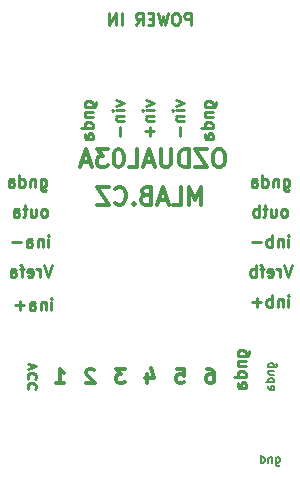
<source format=gbr>
G04 #@! TF.FileFunction,Legend,Bot*
%FSLAX46Y46*%
G04 Gerber Fmt 4.6, Leading zero omitted, Abs format (unit mm)*
G04 Created by KiCad (PCBNEW 4.0.2+e4-6225~38~ubuntu15.10.1-stable) date Po 8. srpen 2016, 21:37:55 CEST*
%MOMM*%
G01*
G04 APERTURE LIST*
%ADD10C,0.100000*%
%ADD11C,0.300000*%
%ADD12C,0.250000*%
%ADD13C,0.175000*%
G04 APERTURE END LIST*
D10*
D11*
X139357142Y-108492857D02*
X140042857Y-108492857D01*
X139699999Y-108492857D02*
X139699999Y-107292857D01*
X139814285Y-107464286D01*
X139928571Y-107578571D01*
X140042857Y-107635714D01*
X151641428Y-93388571D02*
X151641428Y-91888571D01*
X151141428Y-92960000D01*
X150641428Y-91888571D01*
X150641428Y-93388571D01*
X149212856Y-93388571D02*
X149927142Y-93388571D01*
X149927142Y-91888571D01*
X148784285Y-92960000D02*
X148069999Y-92960000D01*
X148927142Y-93388571D02*
X148427142Y-91888571D01*
X147927142Y-93388571D01*
X146927142Y-92602857D02*
X146712856Y-92674286D01*
X146641428Y-92745714D01*
X146569999Y-92888571D01*
X146569999Y-93102857D01*
X146641428Y-93245714D01*
X146712856Y-93317143D01*
X146855714Y-93388571D01*
X147427142Y-93388571D01*
X147427142Y-91888571D01*
X146927142Y-91888571D01*
X146784285Y-91960000D01*
X146712856Y-92031429D01*
X146641428Y-92174286D01*
X146641428Y-92317143D01*
X146712856Y-92460000D01*
X146784285Y-92531429D01*
X146927142Y-92602857D01*
X147427142Y-92602857D01*
X145927142Y-93245714D02*
X145855714Y-93317143D01*
X145927142Y-93388571D01*
X145998571Y-93317143D01*
X145927142Y-93245714D01*
X145927142Y-93388571D01*
X144355713Y-93245714D02*
X144427142Y-93317143D01*
X144641428Y-93388571D01*
X144784285Y-93388571D01*
X144998570Y-93317143D01*
X145141428Y-93174286D01*
X145212856Y-93031429D01*
X145284285Y-92745714D01*
X145284285Y-92531429D01*
X145212856Y-92245714D01*
X145141428Y-92102857D01*
X144998570Y-91960000D01*
X144784285Y-91888571D01*
X144641428Y-91888571D01*
X144427142Y-91960000D01*
X144355713Y-92031429D01*
X143855713Y-91888571D02*
X142855713Y-91888571D01*
X143855713Y-93388571D01*
X142855713Y-93388571D01*
X152171428Y-107292857D02*
X152399999Y-107292857D01*
X152514285Y-107350000D01*
X152571428Y-107407143D01*
X152685714Y-107578571D01*
X152742857Y-107807143D01*
X152742857Y-108264286D01*
X152685714Y-108378571D01*
X152628571Y-108435714D01*
X152514285Y-108492857D01*
X152285714Y-108492857D01*
X152171428Y-108435714D01*
X152114285Y-108378571D01*
X152057142Y-108264286D01*
X152057142Y-107978571D01*
X152114285Y-107864286D01*
X152171428Y-107807143D01*
X152285714Y-107750000D01*
X152514285Y-107750000D01*
X152628571Y-107807143D01*
X152685714Y-107864286D01*
X152742857Y-107978571D01*
X149574285Y-107292857D02*
X150145714Y-107292857D01*
X150202857Y-107864286D01*
X150145714Y-107807143D01*
X150031428Y-107750000D01*
X149745714Y-107750000D01*
X149631428Y-107807143D01*
X149574285Y-107864286D01*
X149517142Y-107978571D01*
X149517142Y-108264286D01*
X149574285Y-108378571D01*
X149631428Y-108435714D01*
X149745714Y-108492857D01*
X150031428Y-108492857D01*
X150145714Y-108435714D01*
X150202857Y-108378571D01*
X147091428Y-107692857D02*
X147091428Y-108492857D01*
X147377142Y-107235714D02*
X147662857Y-108092857D01*
X146919999Y-108092857D01*
X145179999Y-107292857D02*
X144437142Y-107292857D01*
X144837142Y-107750000D01*
X144665714Y-107750000D01*
X144551428Y-107807143D01*
X144494285Y-107864286D01*
X144437142Y-107978571D01*
X144437142Y-108264286D01*
X144494285Y-108378571D01*
X144551428Y-108435714D01*
X144665714Y-108492857D01*
X145008571Y-108492857D01*
X145122857Y-108435714D01*
X145179999Y-108378571D01*
X142582857Y-107407143D02*
X142525714Y-107350000D01*
X142411428Y-107292857D01*
X142125714Y-107292857D01*
X142011428Y-107350000D01*
X141954285Y-107407143D01*
X141897142Y-107521429D01*
X141897142Y-107635714D01*
X141954285Y-107807143D01*
X142639999Y-108492857D01*
X141897142Y-108492857D01*
D12*
X150772381Y-78176381D02*
X150772381Y-77176381D01*
X150391428Y-77176381D01*
X150296190Y-77224000D01*
X150248571Y-77271619D01*
X150200952Y-77366857D01*
X150200952Y-77509714D01*
X150248571Y-77604952D01*
X150296190Y-77652571D01*
X150391428Y-77700190D01*
X150772381Y-77700190D01*
X149581905Y-77176381D02*
X149391428Y-77176381D01*
X149296190Y-77224000D01*
X149200952Y-77319238D01*
X149153333Y-77509714D01*
X149153333Y-77843048D01*
X149200952Y-78033524D01*
X149296190Y-78128762D01*
X149391428Y-78176381D01*
X149581905Y-78176381D01*
X149677143Y-78128762D01*
X149772381Y-78033524D01*
X149820000Y-77843048D01*
X149820000Y-77509714D01*
X149772381Y-77319238D01*
X149677143Y-77224000D01*
X149581905Y-77176381D01*
X148820000Y-77176381D02*
X148581905Y-78176381D01*
X148391428Y-77462095D01*
X148200952Y-78176381D01*
X147962857Y-77176381D01*
X147581905Y-77652571D02*
X147248571Y-77652571D01*
X147105714Y-78176381D02*
X147581905Y-78176381D01*
X147581905Y-77176381D01*
X147105714Y-77176381D01*
X146105714Y-78176381D02*
X146439048Y-77700190D01*
X146677143Y-78176381D02*
X146677143Y-77176381D01*
X146296190Y-77176381D01*
X146200952Y-77224000D01*
X146153333Y-77271619D01*
X146105714Y-77366857D01*
X146105714Y-77509714D01*
X146153333Y-77604952D01*
X146200952Y-77652571D01*
X146296190Y-77700190D01*
X146677143Y-77700190D01*
X144915238Y-78176381D02*
X144915238Y-77176381D01*
X144439048Y-78176381D02*
X144439048Y-77176381D01*
X143867619Y-78176381D01*
X143867619Y-77176381D01*
X151931714Y-85090143D02*
X152741238Y-85090143D01*
X152836476Y-85042524D01*
X152884095Y-84994905D01*
X152931714Y-84899666D01*
X152931714Y-84756809D01*
X152884095Y-84661571D01*
X152550762Y-85090143D02*
X152598381Y-84994905D01*
X152598381Y-84804428D01*
X152550762Y-84709190D01*
X152503143Y-84661571D01*
X152407905Y-84613952D01*
X152122190Y-84613952D01*
X152026952Y-84661571D01*
X151979333Y-84709190D01*
X151931714Y-84804428D01*
X151931714Y-84994905D01*
X151979333Y-85090143D01*
X151931714Y-85566333D02*
X152598381Y-85566333D01*
X152026952Y-85566333D02*
X151979333Y-85613952D01*
X151931714Y-85709190D01*
X151931714Y-85852048D01*
X151979333Y-85947286D01*
X152074571Y-85994905D01*
X152598381Y-85994905D01*
X152598381Y-86899667D02*
X151598381Y-86899667D01*
X152550762Y-86899667D02*
X152598381Y-86804429D01*
X152598381Y-86613952D01*
X152550762Y-86518714D01*
X152503143Y-86471095D01*
X152407905Y-86423476D01*
X152122190Y-86423476D01*
X152026952Y-86471095D01*
X151979333Y-86518714D01*
X151931714Y-86613952D01*
X151931714Y-86804429D01*
X151979333Y-86899667D01*
X152598381Y-87804429D02*
X152074571Y-87804429D01*
X151979333Y-87756810D01*
X151931714Y-87661572D01*
X151931714Y-87471095D01*
X151979333Y-87375857D01*
X152550762Y-87804429D02*
X152598381Y-87709191D01*
X152598381Y-87471095D01*
X152550762Y-87375857D01*
X152455524Y-87328238D01*
X152360286Y-87328238D01*
X152265048Y-87375857D01*
X152217429Y-87471095D01*
X152217429Y-87709191D01*
X152169810Y-87804429D01*
X149518714Y-84558381D02*
X150185381Y-84796476D01*
X149518714Y-85034572D01*
X150185381Y-85415524D02*
X149518714Y-85415524D01*
X149185381Y-85415524D02*
X149233000Y-85367905D01*
X149280619Y-85415524D01*
X149233000Y-85463143D01*
X149185381Y-85415524D01*
X149280619Y-85415524D01*
X149518714Y-85891714D02*
X150185381Y-85891714D01*
X149613952Y-85891714D02*
X149566333Y-85939333D01*
X149518714Y-86034571D01*
X149518714Y-86177429D01*
X149566333Y-86272667D01*
X149661571Y-86320286D01*
X150185381Y-86320286D01*
X149804429Y-86796476D02*
X149804429Y-87558381D01*
X146978714Y-84558381D02*
X147645381Y-84796476D01*
X146978714Y-85034572D01*
X147645381Y-85415524D02*
X146978714Y-85415524D01*
X146645381Y-85415524D02*
X146693000Y-85367905D01*
X146740619Y-85415524D01*
X146693000Y-85463143D01*
X146645381Y-85415524D01*
X146740619Y-85415524D01*
X146978714Y-85891714D02*
X147645381Y-85891714D01*
X147073952Y-85891714D02*
X147026333Y-85939333D01*
X146978714Y-86034571D01*
X146978714Y-86177429D01*
X147026333Y-86272667D01*
X147121571Y-86320286D01*
X147645381Y-86320286D01*
X147264429Y-86796476D02*
X147264429Y-87558381D01*
X147645381Y-87177429D02*
X146883476Y-87177429D01*
X144438714Y-84558381D02*
X145105381Y-84796476D01*
X144438714Y-85034572D01*
X145105381Y-85415524D02*
X144438714Y-85415524D01*
X144105381Y-85415524D02*
X144153000Y-85367905D01*
X144200619Y-85415524D01*
X144153000Y-85463143D01*
X144105381Y-85415524D01*
X144200619Y-85415524D01*
X144438714Y-85891714D02*
X145105381Y-85891714D01*
X144533952Y-85891714D02*
X144486333Y-85939333D01*
X144438714Y-86034571D01*
X144438714Y-86177429D01*
X144486333Y-86272667D01*
X144581571Y-86320286D01*
X145105381Y-86320286D01*
X144724429Y-86796476D02*
X144724429Y-87558381D01*
X141771714Y-85090143D02*
X142581238Y-85090143D01*
X142676476Y-85042524D01*
X142724095Y-84994905D01*
X142771714Y-84899666D01*
X142771714Y-84756809D01*
X142724095Y-84661571D01*
X142390762Y-85090143D02*
X142438381Y-84994905D01*
X142438381Y-84804428D01*
X142390762Y-84709190D01*
X142343143Y-84661571D01*
X142247905Y-84613952D01*
X141962190Y-84613952D01*
X141866952Y-84661571D01*
X141819333Y-84709190D01*
X141771714Y-84804428D01*
X141771714Y-84994905D01*
X141819333Y-85090143D01*
X141771714Y-85566333D02*
X142438381Y-85566333D01*
X141866952Y-85566333D02*
X141819333Y-85613952D01*
X141771714Y-85709190D01*
X141771714Y-85852048D01*
X141819333Y-85947286D01*
X141914571Y-85994905D01*
X142438381Y-85994905D01*
X142438381Y-86899667D02*
X141438381Y-86899667D01*
X142390762Y-86899667D02*
X142438381Y-86804429D01*
X142438381Y-86613952D01*
X142390762Y-86518714D01*
X142343143Y-86471095D01*
X142247905Y-86423476D01*
X141962190Y-86423476D01*
X141866952Y-86471095D01*
X141819333Y-86518714D01*
X141771714Y-86613952D01*
X141771714Y-86804429D01*
X141819333Y-86899667D01*
X142438381Y-87804429D02*
X141914571Y-87804429D01*
X141819333Y-87756810D01*
X141771714Y-87661572D01*
X141771714Y-87471095D01*
X141819333Y-87375857D01*
X142390762Y-87804429D02*
X142438381Y-87709191D01*
X142438381Y-87471095D01*
X142390762Y-87375857D01*
X142295524Y-87328238D01*
X142200286Y-87328238D01*
X142105048Y-87375857D01*
X142057429Y-87471095D01*
X142057429Y-87709191D01*
X142009810Y-87804429D01*
D13*
X157963332Y-114785000D02*
X157963332Y-115351667D01*
X157996666Y-115418333D01*
X158029999Y-115451667D01*
X158096666Y-115485000D01*
X158196666Y-115485000D01*
X158263332Y-115451667D01*
X157963332Y-115218333D02*
X158029999Y-115251667D01*
X158163332Y-115251667D01*
X158229999Y-115218333D01*
X158263332Y-115185000D01*
X158296666Y-115118333D01*
X158296666Y-114918333D01*
X158263332Y-114851667D01*
X158229999Y-114818333D01*
X158163332Y-114785000D01*
X158029999Y-114785000D01*
X157963332Y-114818333D01*
X157629999Y-114785000D02*
X157629999Y-115251667D01*
X157629999Y-114851667D02*
X157596666Y-114818333D01*
X157529999Y-114785000D01*
X157429999Y-114785000D01*
X157363333Y-114818333D01*
X157329999Y-114885000D01*
X157329999Y-115251667D01*
X156696666Y-115251667D02*
X156696666Y-114551667D01*
X156696666Y-115218333D02*
X156763333Y-115251667D01*
X156896666Y-115251667D01*
X156963333Y-115218333D01*
X156996666Y-115185000D01*
X157030000Y-115118333D01*
X157030000Y-114918333D01*
X156996666Y-114851667D01*
X156963333Y-114818333D01*
X156896666Y-114785000D01*
X156763333Y-114785000D01*
X156696666Y-114818333D01*
X157330000Y-107150001D02*
X157896667Y-107150001D01*
X157963333Y-107116667D01*
X157996667Y-107083334D01*
X158030000Y-107016667D01*
X158030000Y-106916667D01*
X157996667Y-106850001D01*
X157763333Y-107150001D02*
X157796667Y-107083334D01*
X157796667Y-106950001D01*
X157763333Y-106883334D01*
X157730000Y-106850001D01*
X157663333Y-106816667D01*
X157463333Y-106816667D01*
X157396667Y-106850001D01*
X157363333Y-106883334D01*
X157330000Y-106950001D01*
X157330000Y-107083334D01*
X157363333Y-107150001D01*
X157330000Y-107483334D02*
X157796667Y-107483334D01*
X157396667Y-107483334D02*
X157363333Y-107516667D01*
X157330000Y-107583334D01*
X157330000Y-107683334D01*
X157363333Y-107750000D01*
X157430000Y-107783334D01*
X157796667Y-107783334D01*
X157796667Y-108416667D02*
X157096667Y-108416667D01*
X157763333Y-108416667D02*
X157796667Y-108350000D01*
X157796667Y-108216667D01*
X157763333Y-108150000D01*
X157730000Y-108116667D01*
X157663333Y-108083333D01*
X157463333Y-108083333D01*
X157396667Y-108116667D01*
X157363333Y-108150000D01*
X157330000Y-108216667D01*
X157330000Y-108350000D01*
X157363333Y-108416667D01*
X157796667Y-109050000D02*
X157430000Y-109050000D01*
X157363333Y-109016666D01*
X157330000Y-108950000D01*
X157330000Y-108816666D01*
X157363333Y-108750000D01*
X157763333Y-109050000D02*
X157796667Y-108983333D01*
X157796667Y-108816666D01*
X157763333Y-108750000D01*
X157696667Y-108716666D01*
X157630000Y-108716666D01*
X157563333Y-108750000D01*
X157530000Y-108816666D01*
X157530000Y-108983333D01*
X157496667Y-109050000D01*
D11*
X153288285Y-88713571D02*
X153002571Y-88713571D01*
X152859713Y-88785000D01*
X152716856Y-88927857D01*
X152645428Y-89213571D01*
X152645428Y-89713571D01*
X152716856Y-89999286D01*
X152859713Y-90142143D01*
X153002571Y-90213571D01*
X153288285Y-90213571D01*
X153431142Y-90142143D01*
X153573999Y-89999286D01*
X153645428Y-89713571D01*
X153645428Y-89213571D01*
X153573999Y-88927857D01*
X153431142Y-88785000D01*
X153288285Y-88713571D01*
X152145427Y-88713571D02*
X151145427Y-88713571D01*
X152145427Y-90213571D01*
X151145427Y-90213571D01*
X150573999Y-90213571D02*
X150573999Y-88713571D01*
X150216856Y-88713571D01*
X150002571Y-88785000D01*
X149859713Y-88927857D01*
X149788285Y-89070714D01*
X149716856Y-89356429D01*
X149716856Y-89570714D01*
X149788285Y-89856429D01*
X149859713Y-89999286D01*
X150002571Y-90142143D01*
X150216856Y-90213571D01*
X150573999Y-90213571D01*
X149073999Y-88713571D02*
X149073999Y-89927857D01*
X149002571Y-90070714D01*
X148931142Y-90142143D01*
X148788285Y-90213571D01*
X148502571Y-90213571D01*
X148359713Y-90142143D01*
X148288285Y-90070714D01*
X148216856Y-89927857D01*
X148216856Y-88713571D01*
X147573999Y-89785000D02*
X146859713Y-89785000D01*
X147716856Y-90213571D02*
X147216856Y-88713571D01*
X146716856Y-90213571D01*
X145502570Y-90213571D02*
X146216856Y-90213571D01*
X146216856Y-88713571D01*
X144716856Y-88713571D02*
X144573999Y-88713571D01*
X144431142Y-88785000D01*
X144359713Y-88856429D01*
X144288284Y-88999286D01*
X144216856Y-89285000D01*
X144216856Y-89642143D01*
X144288284Y-89927857D01*
X144359713Y-90070714D01*
X144431142Y-90142143D01*
X144573999Y-90213571D01*
X144716856Y-90213571D01*
X144859713Y-90142143D01*
X144931142Y-90070714D01*
X145002570Y-89927857D01*
X145073999Y-89642143D01*
X145073999Y-89285000D01*
X145002570Y-88999286D01*
X144931142Y-88856429D01*
X144859713Y-88785000D01*
X144716856Y-88713571D01*
X143716856Y-88713571D02*
X142788285Y-88713571D01*
X143288285Y-89285000D01*
X143073999Y-89285000D01*
X142931142Y-89356429D01*
X142859713Y-89427857D01*
X142788285Y-89570714D01*
X142788285Y-89927857D01*
X142859713Y-90070714D01*
X142931142Y-90142143D01*
X143073999Y-90213571D01*
X143502571Y-90213571D01*
X143645428Y-90142143D01*
X143716856Y-90070714D01*
X142216857Y-89785000D02*
X141502571Y-89785000D01*
X142359714Y-90213571D02*
X141859714Y-88713571D01*
X141359714Y-90213571D01*
D12*
X136945714Y-106854762D02*
X137612381Y-107092857D01*
X136945714Y-107330953D01*
X137564762Y-108140477D02*
X137612381Y-108045239D01*
X137612381Y-107854762D01*
X137564762Y-107759524D01*
X137517143Y-107711905D01*
X137421905Y-107664286D01*
X137136190Y-107664286D01*
X137040952Y-107711905D01*
X136993333Y-107759524D01*
X136945714Y-107854762D01*
X136945714Y-108045239D01*
X136993333Y-108140477D01*
X137564762Y-108997620D02*
X137612381Y-108902382D01*
X137612381Y-108711905D01*
X137564762Y-108616667D01*
X137517143Y-108569048D01*
X137421905Y-108521429D01*
X137136190Y-108521429D01*
X137040952Y-108569048D01*
X136993333Y-108616667D01*
X136945714Y-108711905D01*
X136945714Y-108902382D01*
X136993333Y-108997620D01*
X154725714Y-106172143D02*
X155535238Y-106172143D01*
X155630476Y-106124524D01*
X155678095Y-106076905D01*
X155725714Y-105981666D01*
X155725714Y-105838809D01*
X155678095Y-105743571D01*
X155344762Y-106172143D02*
X155392381Y-106076905D01*
X155392381Y-105886428D01*
X155344762Y-105791190D01*
X155297143Y-105743571D01*
X155201905Y-105695952D01*
X154916190Y-105695952D01*
X154820952Y-105743571D01*
X154773333Y-105791190D01*
X154725714Y-105886428D01*
X154725714Y-106076905D01*
X154773333Y-106172143D01*
X154725714Y-106648333D02*
X155392381Y-106648333D01*
X154820952Y-106648333D02*
X154773333Y-106695952D01*
X154725714Y-106791190D01*
X154725714Y-106934048D01*
X154773333Y-107029286D01*
X154868571Y-107076905D01*
X155392381Y-107076905D01*
X155392381Y-107981667D02*
X154392381Y-107981667D01*
X155344762Y-107981667D02*
X155392381Y-107886429D01*
X155392381Y-107695952D01*
X155344762Y-107600714D01*
X155297143Y-107553095D01*
X155201905Y-107505476D01*
X154916190Y-107505476D01*
X154820952Y-107553095D01*
X154773333Y-107600714D01*
X154725714Y-107695952D01*
X154725714Y-107886429D01*
X154773333Y-107981667D01*
X155392381Y-108886429D02*
X154868571Y-108886429D01*
X154773333Y-108838810D01*
X154725714Y-108743572D01*
X154725714Y-108553095D01*
X154773333Y-108457857D01*
X155344762Y-108886429D02*
X155392381Y-108791191D01*
X155392381Y-108553095D01*
X155344762Y-108457857D01*
X155249524Y-108410238D01*
X155154286Y-108410238D01*
X155059048Y-108457857D01*
X155011429Y-108553095D01*
X155011429Y-108791191D01*
X154963810Y-108886429D01*
X159003809Y-102052381D02*
X159003809Y-101385714D01*
X159003809Y-101052381D02*
X159051428Y-101100000D01*
X159003809Y-101147619D01*
X158956190Y-101100000D01*
X159003809Y-101052381D01*
X159003809Y-101147619D01*
X158527619Y-101385714D02*
X158527619Y-102052381D01*
X158527619Y-101480952D02*
X158480000Y-101433333D01*
X158384762Y-101385714D01*
X158241904Y-101385714D01*
X158146666Y-101433333D01*
X158099047Y-101528571D01*
X158099047Y-102052381D01*
X157622857Y-102052381D02*
X157622857Y-101052381D01*
X157622857Y-101433333D02*
X157527619Y-101385714D01*
X157337142Y-101385714D01*
X157241904Y-101433333D01*
X157194285Y-101480952D01*
X157146666Y-101576190D01*
X157146666Y-101861905D01*
X157194285Y-101957143D01*
X157241904Y-102004762D01*
X157337142Y-102052381D01*
X157527619Y-102052381D01*
X157622857Y-102004762D01*
X156718095Y-101671429D02*
X155956190Y-101671429D01*
X156337142Y-102052381D02*
X156337142Y-101290476D01*
X159289524Y-98512381D02*
X158956191Y-99512381D01*
X158622857Y-98512381D01*
X158289524Y-99512381D02*
X158289524Y-98845714D01*
X158289524Y-99036190D02*
X158241905Y-98940952D01*
X158194286Y-98893333D01*
X158099048Y-98845714D01*
X158003809Y-98845714D01*
X157289523Y-99464762D02*
X157384761Y-99512381D01*
X157575238Y-99512381D01*
X157670476Y-99464762D01*
X157718095Y-99369524D01*
X157718095Y-98988571D01*
X157670476Y-98893333D01*
X157575238Y-98845714D01*
X157384761Y-98845714D01*
X157289523Y-98893333D01*
X157241904Y-98988571D01*
X157241904Y-99083810D01*
X157718095Y-99179048D01*
X156956190Y-98845714D02*
X156575238Y-98845714D01*
X156813333Y-99512381D02*
X156813333Y-98655238D01*
X156765714Y-98560000D01*
X156670476Y-98512381D01*
X156575238Y-98512381D01*
X156241904Y-99512381D02*
X156241904Y-98512381D01*
X156241904Y-98893333D02*
X156146666Y-98845714D01*
X155956189Y-98845714D01*
X155860951Y-98893333D01*
X155813332Y-98940952D01*
X155765713Y-99036190D01*
X155765713Y-99321905D01*
X155813332Y-99417143D01*
X155860951Y-99464762D01*
X155956189Y-99512381D01*
X156146666Y-99512381D01*
X156241904Y-99464762D01*
X159003809Y-96972381D02*
X159003809Y-96305714D01*
X159003809Y-95972381D02*
X159051428Y-96020000D01*
X159003809Y-96067619D01*
X158956190Y-96020000D01*
X159003809Y-95972381D01*
X159003809Y-96067619D01*
X158527619Y-96305714D02*
X158527619Y-96972381D01*
X158527619Y-96400952D02*
X158480000Y-96353333D01*
X158384762Y-96305714D01*
X158241904Y-96305714D01*
X158146666Y-96353333D01*
X158099047Y-96448571D01*
X158099047Y-96972381D01*
X157622857Y-96972381D02*
X157622857Y-95972381D01*
X157622857Y-96353333D02*
X157527619Y-96305714D01*
X157337142Y-96305714D01*
X157241904Y-96353333D01*
X157194285Y-96400952D01*
X157146666Y-96496190D01*
X157146666Y-96781905D01*
X157194285Y-96877143D01*
X157241904Y-96924762D01*
X157337142Y-96972381D01*
X157527619Y-96972381D01*
X157622857Y-96924762D01*
X156718095Y-96591429D02*
X155956190Y-96591429D01*
X158741905Y-94432381D02*
X158837143Y-94384762D01*
X158884762Y-94337143D01*
X158932381Y-94241905D01*
X158932381Y-93956190D01*
X158884762Y-93860952D01*
X158837143Y-93813333D01*
X158741905Y-93765714D01*
X158599047Y-93765714D01*
X158503809Y-93813333D01*
X158456190Y-93860952D01*
X158408571Y-93956190D01*
X158408571Y-94241905D01*
X158456190Y-94337143D01*
X158503809Y-94384762D01*
X158599047Y-94432381D01*
X158741905Y-94432381D01*
X157551428Y-93765714D02*
X157551428Y-94432381D01*
X157980000Y-93765714D02*
X157980000Y-94289524D01*
X157932381Y-94384762D01*
X157837143Y-94432381D01*
X157694285Y-94432381D01*
X157599047Y-94384762D01*
X157551428Y-94337143D01*
X157218095Y-93765714D02*
X156837143Y-93765714D01*
X157075238Y-93432381D02*
X157075238Y-94289524D01*
X157027619Y-94384762D01*
X156932381Y-94432381D01*
X156837143Y-94432381D01*
X156503809Y-94432381D02*
X156503809Y-93432381D01*
X156503809Y-93813333D02*
X156408571Y-93765714D01*
X156218094Y-93765714D01*
X156122856Y-93813333D01*
X156075237Y-93860952D01*
X156027618Y-93956190D01*
X156027618Y-94241905D01*
X156075237Y-94337143D01*
X156122856Y-94384762D01*
X156218094Y-94432381D01*
X156408571Y-94432381D01*
X156503809Y-94384762D01*
X158622857Y-91225714D02*
X158622857Y-92035238D01*
X158670476Y-92130476D01*
X158718095Y-92178095D01*
X158813334Y-92225714D01*
X158956191Y-92225714D01*
X159051429Y-92178095D01*
X158622857Y-91844762D02*
X158718095Y-91892381D01*
X158908572Y-91892381D01*
X159003810Y-91844762D01*
X159051429Y-91797143D01*
X159099048Y-91701905D01*
X159099048Y-91416190D01*
X159051429Y-91320952D01*
X159003810Y-91273333D01*
X158908572Y-91225714D01*
X158718095Y-91225714D01*
X158622857Y-91273333D01*
X158146667Y-91225714D02*
X158146667Y-91892381D01*
X158146667Y-91320952D02*
X158099048Y-91273333D01*
X158003810Y-91225714D01*
X157860952Y-91225714D01*
X157765714Y-91273333D01*
X157718095Y-91368571D01*
X157718095Y-91892381D01*
X156813333Y-91892381D02*
X156813333Y-90892381D01*
X156813333Y-91844762D02*
X156908571Y-91892381D01*
X157099048Y-91892381D01*
X157194286Y-91844762D01*
X157241905Y-91797143D01*
X157289524Y-91701905D01*
X157289524Y-91416190D01*
X157241905Y-91320952D01*
X157194286Y-91273333D01*
X157099048Y-91225714D01*
X156908571Y-91225714D01*
X156813333Y-91273333D01*
X155908571Y-91892381D02*
X155908571Y-91368571D01*
X155956190Y-91273333D01*
X156051428Y-91225714D01*
X156241905Y-91225714D01*
X156337143Y-91273333D01*
X155908571Y-91844762D02*
X156003809Y-91892381D01*
X156241905Y-91892381D01*
X156337143Y-91844762D01*
X156384762Y-91749524D01*
X156384762Y-91654286D01*
X156337143Y-91559048D01*
X156241905Y-91511429D01*
X156003809Y-91511429D01*
X155908571Y-91463810D01*
X138937809Y-102306381D02*
X138937809Y-101639714D01*
X138937809Y-101306381D02*
X138985428Y-101354000D01*
X138937809Y-101401619D01*
X138890190Y-101354000D01*
X138937809Y-101306381D01*
X138937809Y-101401619D01*
X138461619Y-101639714D02*
X138461619Y-102306381D01*
X138461619Y-101734952D02*
X138414000Y-101687333D01*
X138318762Y-101639714D01*
X138175904Y-101639714D01*
X138080666Y-101687333D01*
X138033047Y-101782571D01*
X138033047Y-102306381D01*
X137128285Y-102306381D02*
X137128285Y-101782571D01*
X137175904Y-101687333D01*
X137271142Y-101639714D01*
X137461619Y-101639714D01*
X137556857Y-101687333D01*
X137128285Y-102258762D02*
X137223523Y-102306381D01*
X137461619Y-102306381D01*
X137556857Y-102258762D01*
X137604476Y-102163524D01*
X137604476Y-102068286D01*
X137556857Y-101973048D01*
X137461619Y-101925429D01*
X137223523Y-101925429D01*
X137128285Y-101877810D01*
X136652095Y-101925429D02*
X135890190Y-101925429D01*
X136271142Y-102306381D02*
X136271142Y-101544476D01*
X138969524Y-98512381D02*
X138636191Y-99512381D01*
X138302857Y-98512381D01*
X137969524Y-99512381D02*
X137969524Y-98845714D01*
X137969524Y-99036190D02*
X137921905Y-98940952D01*
X137874286Y-98893333D01*
X137779048Y-98845714D01*
X137683809Y-98845714D01*
X136969523Y-99464762D02*
X137064761Y-99512381D01*
X137255238Y-99512381D01*
X137350476Y-99464762D01*
X137398095Y-99369524D01*
X137398095Y-98988571D01*
X137350476Y-98893333D01*
X137255238Y-98845714D01*
X137064761Y-98845714D01*
X136969523Y-98893333D01*
X136921904Y-98988571D01*
X136921904Y-99083810D01*
X137398095Y-99179048D01*
X136636190Y-98845714D02*
X136255238Y-98845714D01*
X136493333Y-99512381D02*
X136493333Y-98655238D01*
X136445714Y-98560000D01*
X136350476Y-98512381D01*
X136255238Y-98512381D01*
X135493332Y-99512381D02*
X135493332Y-98988571D01*
X135540951Y-98893333D01*
X135636189Y-98845714D01*
X135826666Y-98845714D01*
X135921904Y-98893333D01*
X135493332Y-99464762D02*
X135588570Y-99512381D01*
X135826666Y-99512381D01*
X135921904Y-99464762D01*
X135969523Y-99369524D01*
X135969523Y-99274286D01*
X135921904Y-99179048D01*
X135826666Y-99131429D01*
X135588570Y-99131429D01*
X135493332Y-99083810D01*
X138683809Y-96972381D02*
X138683809Y-96305714D01*
X138683809Y-95972381D02*
X138731428Y-96020000D01*
X138683809Y-96067619D01*
X138636190Y-96020000D01*
X138683809Y-95972381D01*
X138683809Y-96067619D01*
X138207619Y-96305714D02*
X138207619Y-96972381D01*
X138207619Y-96400952D02*
X138160000Y-96353333D01*
X138064762Y-96305714D01*
X137921904Y-96305714D01*
X137826666Y-96353333D01*
X137779047Y-96448571D01*
X137779047Y-96972381D01*
X136874285Y-96972381D02*
X136874285Y-96448571D01*
X136921904Y-96353333D01*
X137017142Y-96305714D01*
X137207619Y-96305714D01*
X137302857Y-96353333D01*
X136874285Y-96924762D02*
X136969523Y-96972381D01*
X137207619Y-96972381D01*
X137302857Y-96924762D01*
X137350476Y-96829524D01*
X137350476Y-96734286D01*
X137302857Y-96639048D01*
X137207619Y-96591429D01*
X136969523Y-96591429D01*
X136874285Y-96543810D01*
X136398095Y-96591429D02*
X135636190Y-96591429D01*
X138421905Y-94432381D02*
X138517143Y-94384762D01*
X138564762Y-94337143D01*
X138612381Y-94241905D01*
X138612381Y-93956190D01*
X138564762Y-93860952D01*
X138517143Y-93813333D01*
X138421905Y-93765714D01*
X138279047Y-93765714D01*
X138183809Y-93813333D01*
X138136190Y-93860952D01*
X138088571Y-93956190D01*
X138088571Y-94241905D01*
X138136190Y-94337143D01*
X138183809Y-94384762D01*
X138279047Y-94432381D01*
X138421905Y-94432381D01*
X137231428Y-93765714D02*
X137231428Y-94432381D01*
X137660000Y-93765714D02*
X137660000Y-94289524D01*
X137612381Y-94384762D01*
X137517143Y-94432381D01*
X137374285Y-94432381D01*
X137279047Y-94384762D01*
X137231428Y-94337143D01*
X136898095Y-93765714D02*
X136517143Y-93765714D01*
X136755238Y-93432381D02*
X136755238Y-94289524D01*
X136707619Y-94384762D01*
X136612381Y-94432381D01*
X136517143Y-94432381D01*
X135755237Y-94432381D02*
X135755237Y-93908571D01*
X135802856Y-93813333D01*
X135898094Y-93765714D01*
X136088571Y-93765714D01*
X136183809Y-93813333D01*
X135755237Y-94384762D02*
X135850475Y-94432381D01*
X136088571Y-94432381D01*
X136183809Y-94384762D01*
X136231428Y-94289524D01*
X136231428Y-94194286D01*
X136183809Y-94099048D01*
X136088571Y-94051429D01*
X135850475Y-94051429D01*
X135755237Y-94003810D01*
X138048857Y-91225714D02*
X138048857Y-92035238D01*
X138096476Y-92130476D01*
X138144095Y-92178095D01*
X138239334Y-92225714D01*
X138382191Y-92225714D01*
X138477429Y-92178095D01*
X138048857Y-91844762D02*
X138144095Y-91892381D01*
X138334572Y-91892381D01*
X138429810Y-91844762D01*
X138477429Y-91797143D01*
X138525048Y-91701905D01*
X138525048Y-91416190D01*
X138477429Y-91320952D01*
X138429810Y-91273333D01*
X138334572Y-91225714D01*
X138144095Y-91225714D01*
X138048857Y-91273333D01*
X137572667Y-91225714D02*
X137572667Y-91892381D01*
X137572667Y-91320952D02*
X137525048Y-91273333D01*
X137429810Y-91225714D01*
X137286952Y-91225714D01*
X137191714Y-91273333D01*
X137144095Y-91368571D01*
X137144095Y-91892381D01*
X136239333Y-91892381D02*
X136239333Y-90892381D01*
X136239333Y-91844762D02*
X136334571Y-91892381D01*
X136525048Y-91892381D01*
X136620286Y-91844762D01*
X136667905Y-91797143D01*
X136715524Y-91701905D01*
X136715524Y-91416190D01*
X136667905Y-91320952D01*
X136620286Y-91273333D01*
X136525048Y-91225714D01*
X136334571Y-91225714D01*
X136239333Y-91273333D01*
X135334571Y-91892381D02*
X135334571Y-91368571D01*
X135382190Y-91273333D01*
X135477428Y-91225714D01*
X135667905Y-91225714D01*
X135763143Y-91273333D01*
X135334571Y-91844762D02*
X135429809Y-91892381D01*
X135667905Y-91892381D01*
X135763143Y-91844762D01*
X135810762Y-91749524D01*
X135810762Y-91654286D01*
X135763143Y-91559048D01*
X135667905Y-91511429D01*
X135429809Y-91511429D01*
X135334571Y-91463810D01*
M02*

</source>
